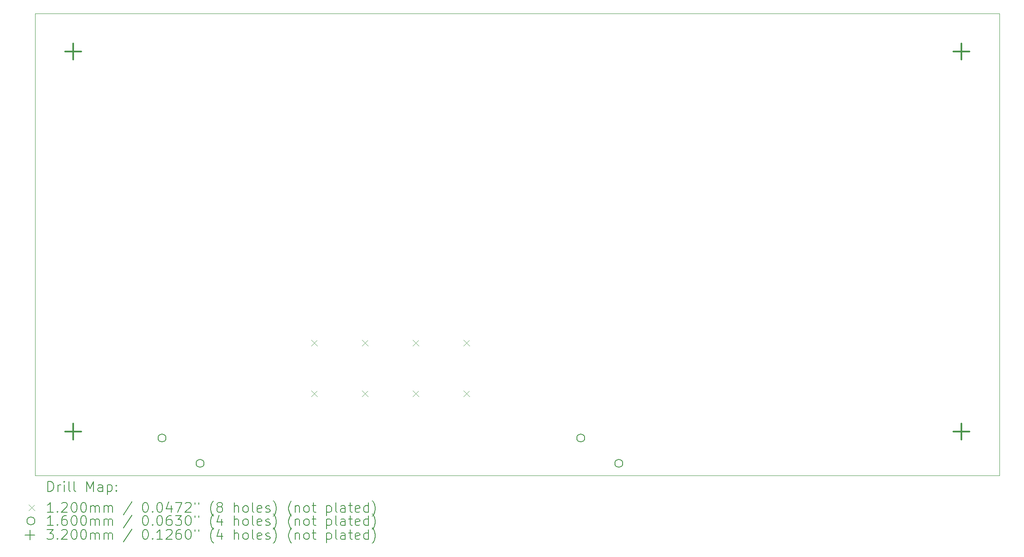
<source format=gbr>
%TF.GenerationSoftware,KiCad,Pcbnew,7.0.6-0*%
%TF.CreationDate,2023-08-07T07:57:15+08:00*%
%TF.ProjectId,aes17_filter_25,61657331-375f-4666-996c-7465725f3235,rev?*%
%TF.SameCoordinates,Original*%
%TF.FileFunction,Drillmap*%
%TF.FilePolarity,Positive*%
%FSLAX45Y45*%
G04 Gerber Fmt 4.5, Leading zero omitted, Abs format (unit mm)*
G04 Created by KiCad (PCBNEW 7.0.6-0) date 2023-08-07 07:57:15*
%MOMM*%
%LPD*%
G01*
G04 APERTURE LIST*
%ADD10C,0.100000*%
%ADD11C,0.200000*%
%ADD12C,0.120000*%
%ADD13C,0.160000*%
%ADD14C,0.320000*%
G04 APERTURE END LIST*
D10*
X4826000Y-4572000D02*
X24130000Y-4572000D01*
X24130000Y-13834208D01*
X4826000Y-13834208D01*
X4826000Y-4572000D01*
D11*
D12*
X10354000Y-11116000D02*
X10474000Y-11236000D01*
X10474000Y-11116000D02*
X10354000Y-11236000D01*
X10354000Y-12132000D02*
X10474000Y-12252000D01*
X10474000Y-12132000D02*
X10354000Y-12252000D01*
X11370000Y-11116000D02*
X11490000Y-11236000D01*
X11490000Y-11116000D02*
X11370000Y-11236000D01*
X11370000Y-12132000D02*
X11490000Y-12252000D01*
X11490000Y-12132000D02*
X11370000Y-12252000D01*
X12386000Y-11116000D02*
X12506000Y-11236000D01*
X12506000Y-11116000D02*
X12386000Y-11236000D01*
X12386000Y-12132000D02*
X12506000Y-12252000D01*
X12506000Y-12132000D02*
X12386000Y-12252000D01*
X13402000Y-11116000D02*
X13522000Y-11236000D01*
X13522000Y-11116000D02*
X13402000Y-11236000D01*
X13402000Y-12132000D02*
X13522000Y-12252000D01*
X13522000Y-12132000D02*
X13402000Y-12252000D01*
D13*
X7446000Y-13081000D02*
G75*
G03*
X7446000Y-13081000I-80000J0D01*
G01*
X8208000Y-13589000D02*
G75*
G03*
X8208000Y-13589000I-80000J0D01*
G01*
X15828000Y-13081000D02*
G75*
G03*
X15828000Y-13081000I-80000J0D01*
G01*
X16590000Y-13589000D02*
G75*
G03*
X16590000Y-13589000I-80000J0D01*
G01*
D14*
X5588000Y-5174000D02*
X5588000Y-5494000D01*
X5428000Y-5334000D02*
X5748000Y-5334000D01*
X5588000Y-12794000D02*
X5588000Y-13114000D01*
X5428000Y-12954000D02*
X5748000Y-12954000D01*
X23368000Y-5174000D02*
X23368000Y-5494000D01*
X23208000Y-5334000D02*
X23528000Y-5334000D01*
X23368000Y-12794000D02*
X23368000Y-13114000D01*
X23208000Y-12954000D02*
X23528000Y-12954000D01*
D11*
X5081777Y-14150691D02*
X5081777Y-13950691D01*
X5081777Y-13950691D02*
X5129396Y-13950691D01*
X5129396Y-13950691D02*
X5157967Y-13960215D01*
X5157967Y-13960215D02*
X5177015Y-13979263D01*
X5177015Y-13979263D02*
X5186539Y-13998310D01*
X5186539Y-13998310D02*
X5196063Y-14036406D01*
X5196063Y-14036406D02*
X5196063Y-14064977D01*
X5196063Y-14064977D02*
X5186539Y-14103072D01*
X5186539Y-14103072D02*
X5177015Y-14122120D01*
X5177015Y-14122120D02*
X5157967Y-14141168D01*
X5157967Y-14141168D02*
X5129396Y-14150691D01*
X5129396Y-14150691D02*
X5081777Y-14150691D01*
X5281777Y-14150691D02*
X5281777Y-14017358D01*
X5281777Y-14055453D02*
X5291301Y-14036406D01*
X5291301Y-14036406D02*
X5300824Y-14026882D01*
X5300824Y-14026882D02*
X5319872Y-14017358D01*
X5319872Y-14017358D02*
X5338920Y-14017358D01*
X5405586Y-14150691D02*
X5405586Y-14017358D01*
X5405586Y-13950691D02*
X5396063Y-13960215D01*
X5396063Y-13960215D02*
X5405586Y-13969739D01*
X5405586Y-13969739D02*
X5415110Y-13960215D01*
X5415110Y-13960215D02*
X5405586Y-13950691D01*
X5405586Y-13950691D02*
X5405586Y-13969739D01*
X5529396Y-14150691D02*
X5510348Y-14141168D01*
X5510348Y-14141168D02*
X5500824Y-14122120D01*
X5500824Y-14122120D02*
X5500824Y-13950691D01*
X5634158Y-14150691D02*
X5615110Y-14141168D01*
X5615110Y-14141168D02*
X5605586Y-14122120D01*
X5605586Y-14122120D02*
X5605586Y-13950691D01*
X5862729Y-14150691D02*
X5862729Y-13950691D01*
X5862729Y-13950691D02*
X5929396Y-14093549D01*
X5929396Y-14093549D02*
X5996062Y-13950691D01*
X5996062Y-13950691D02*
X5996062Y-14150691D01*
X6177015Y-14150691D02*
X6177015Y-14045930D01*
X6177015Y-14045930D02*
X6167491Y-14026882D01*
X6167491Y-14026882D02*
X6148443Y-14017358D01*
X6148443Y-14017358D02*
X6110348Y-14017358D01*
X6110348Y-14017358D02*
X6091301Y-14026882D01*
X6177015Y-14141168D02*
X6157967Y-14150691D01*
X6157967Y-14150691D02*
X6110348Y-14150691D01*
X6110348Y-14150691D02*
X6091301Y-14141168D01*
X6091301Y-14141168D02*
X6081777Y-14122120D01*
X6081777Y-14122120D02*
X6081777Y-14103072D01*
X6081777Y-14103072D02*
X6091301Y-14084025D01*
X6091301Y-14084025D02*
X6110348Y-14074501D01*
X6110348Y-14074501D02*
X6157967Y-14074501D01*
X6157967Y-14074501D02*
X6177015Y-14064977D01*
X6272253Y-14017358D02*
X6272253Y-14217358D01*
X6272253Y-14026882D02*
X6291301Y-14017358D01*
X6291301Y-14017358D02*
X6329396Y-14017358D01*
X6329396Y-14017358D02*
X6348443Y-14026882D01*
X6348443Y-14026882D02*
X6357967Y-14036406D01*
X6357967Y-14036406D02*
X6367491Y-14055453D01*
X6367491Y-14055453D02*
X6367491Y-14112596D01*
X6367491Y-14112596D02*
X6357967Y-14131644D01*
X6357967Y-14131644D02*
X6348443Y-14141168D01*
X6348443Y-14141168D02*
X6329396Y-14150691D01*
X6329396Y-14150691D02*
X6291301Y-14150691D01*
X6291301Y-14150691D02*
X6272253Y-14141168D01*
X6453205Y-14131644D02*
X6462729Y-14141168D01*
X6462729Y-14141168D02*
X6453205Y-14150691D01*
X6453205Y-14150691D02*
X6443682Y-14141168D01*
X6443682Y-14141168D02*
X6453205Y-14131644D01*
X6453205Y-14131644D02*
X6453205Y-14150691D01*
X6453205Y-14026882D02*
X6462729Y-14036406D01*
X6462729Y-14036406D02*
X6453205Y-14045930D01*
X6453205Y-14045930D02*
X6443682Y-14036406D01*
X6443682Y-14036406D02*
X6453205Y-14026882D01*
X6453205Y-14026882D02*
X6453205Y-14045930D01*
D12*
X4701000Y-14419208D02*
X4821000Y-14539208D01*
X4821000Y-14419208D02*
X4701000Y-14539208D01*
D11*
X5186539Y-14570691D02*
X5072253Y-14570691D01*
X5129396Y-14570691D02*
X5129396Y-14370691D01*
X5129396Y-14370691D02*
X5110348Y-14399263D01*
X5110348Y-14399263D02*
X5091301Y-14418310D01*
X5091301Y-14418310D02*
X5072253Y-14427834D01*
X5272253Y-14551644D02*
X5281777Y-14561168D01*
X5281777Y-14561168D02*
X5272253Y-14570691D01*
X5272253Y-14570691D02*
X5262729Y-14561168D01*
X5262729Y-14561168D02*
X5272253Y-14551644D01*
X5272253Y-14551644D02*
X5272253Y-14570691D01*
X5357967Y-14389739D02*
X5367491Y-14380215D01*
X5367491Y-14380215D02*
X5386539Y-14370691D01*
X5386539Y-14370691D02*
X5434158Y-14370691D01*
X5434158Y-14370691D02*
X5453205Y-14380215D01*
X5453205Y-14380215D02*
X5462729Y-14389739D01*
X5462729Y-14389739D02*
X5472253Y-14408787D01*
X5472253Y-14408787D02*
X5472253Y-14427834D01*
X5472253Y-14427834D02*
X5462729Y-14456406D01*
X5462729Y-14456406D02*
X5348444Y-14570691D01*
X5348444Y-14570691D02*
X5472253Y-14570691D01*
X5596062Y-14370691D02*
X5615110Y-14370691D01*
X5615110Y-14370691D02*
X5634158Y-14380215D01*
X5634158Y-14380215D02*
X5643682Y-14389739D01*
X5643682Y-14389739D02*
X5653205Y-14408787D01*
X5653205Y-14408787D02*
X5662729Y-14446882D01*
X5662729Y-14446882D02*
X5662729Y-14494501D01*
X5662729Y-14494501D02*
X5653205Y-14532596D01*
X5653205Y-14532596D02*
X5643682Y-14551644D01*
X5643682Y-14551644D02*
X5634158Y-14561168D01*
X5634158Y-14561168D02*
X5615110Y-14570691D01*
X5615110Y-14570691D02*
X5596062Y-14570691D01*
X5596062Y-14570691D02*
X5577015Y-14561168D01*
X5577015Y-14561168D02*
X5567491Y-14551644D01*
X5567491Y-14551644D02*
X5557967Y-14532596D01*
X5557967Y-14532596D02*
X5548444Y-14494501D01*
X5548444Y-14494501D02*
X5548444Y-14446882D01*
X5548444Y-14446882D02*
X5557967Y-14408787D01*
X5557967Y-14408787D02*
X5567491Y-14389739D01*
X5567491Y-14389739D02*
X5577015Y-14380215D01*
X5577015Y-14380215D02*
X5596062Y-14370691D01*
X5786539Y-14370691D02*
X5805586Y-14370691D01*
X5805586Y-14370691D02*
X5824634Y-14380215D01*
X5824634Y-14380215D02*
X5834158Y-14389739D01*
X5834158Y-14389739D02*
X5843682Y-14408787D01*
X5843682Y-14408787D02*
X5853205Y-14446882D01*
X5853205Y-14446882D02*
X5853205Y-14494501D01*
X5853205Y-14494501D02*
X5843682Y-14532596D01*
X5843682Y-14532596D02*
X5834158Y-14551644D01*
X5834158Y-14551644D02*
X5824634Y-14561168D01*
X5824634Y-14561168D02*
X5805586Y-14570691D01*
X5805586Y-14570691D02*
X5786539Y-14570691D01*
X5786539Y-14570691D02*
X5767491Y-14561168D01*
X5767491Y-14561168D02*
X5757967Y-14551644D01*
X5757967Y-14551644D02*
X5748443Y-14532596D01*
X5748443Y-14532596D02*
X5738920Y-14494501D01*
X5738920Y-14494501D02*
X5738920Y-14446882D01*
X5738920Y-14446882D02*
X5748443Y-14408787D01*
X5748443Y-14408787D02*
X5757967Y-14389739D01*
X5757967Y-14389739D02*
X5767491Y-14380215D01*
X5767491Y-14380215D02*
X5786539Y-14370691D01*
X5938920Y-14570691D02*
X5938920Y-14437358D01*
X5938920Y-14456406D02*
X5948443Y-14446882D01*
X5948443Y-14446882D02*
X5967491Y-14437358D01*
X5967491Y-14437358D02*
X5996063Y-14437358D01*
X5996063Y-14437358D02*
X6015110Y-14446882D01*
X6015110Y-14446882D02*
X6024634Y-14465930D01*
X6024634Y-14465930D02*
X6024634Y-14570691D01*
X6024634Y-14465930D02*
X6034158Y-14446882D01*
X6034158Y-14446882D02*
X6053205Y-14437358D01*
X6053205Y-14437358D02*
X6081777Y-14437358D01*
X6081777Y-14437358D02*
X6100824Y-14446882D01*
X6100824Y-14446882D02*
X6110348Y-14465930D01*
X6110348Y-14465930D02*
X6110348Y-14570691D01*
X6205586Y-14570691D02*
X6205586Y-14437358D01*
X6205586Y-14456406D02*
X6215110Y-14446882D01*
X6215110Y-14446882D02*
X6234158Y-14437358D01*
X6234158Y-14437358D02*
X6262729Y-14437358D01*
X6262729Y-14437358D02*
X6281777Y-14446882D01*
X6281777Y-14446882D02*
X6291301Y-14465930D01*
X6291301Y-14465930D02*
X6291301Y-14570691D01*
X6291301Y-14465930D02*
X6300824Y-14446882D01*
X6300824Y-14446882D02*
X6319872Y-14437358D01*
X6319872Y-14437358D02*
X6348443Y-14437358D01*
X6348443Y-14437358D02*
X6367491Y-14446882D01*
X6367491Y-14446882D02*
X6377015Y-14465930D01*
X6377015Y-14465930D02*
X6377015Y-14570691D01*
X6767491Y-14361168D02*
X6596063Y-14618310D01*
X7024634Y-14370691D02*
X7043682Y-14370691D01*
X7043682Y-14370691D02*
X7062729Y-14380215D01*
X7062729Y-14380215D02*
X7072253Y-14389739D01*
X7072253Y-14389739D02*
X7081777Y-14408787D01*
X7081777Y-14408787D02*
X7091301Y-14446882D01*
X7091301Y-14446882D02*
X7091301Y-14494501D01*
X7091301Y-14494501D02*
X7081777Y-14532596D01*
X7081777Y-14532596D02*
X7072253Y-14551644D01*
X7072253Y-14551644D02*
X7062729Y-14561168D01*
X7062729Y-14561168D02*
X7043682Y-14570691D01*
X7043682Y-14570691D02*
X7024634Y-14570691D01*
X7024634Y-14570691D02*
X7005586Y-14561168D01*
X7005586Y-14561168D02*
X6996063Y-14551644D01*
X6996063Y-14551644D02*
X6986539Y-14532596D01*
X6986539Y-14532596D02*
X6977015Y-14494501D01*
X6977015Y-14494501D02*
X6977015Y-14446882D01*
X6977015Y-14446882D02*
X6986539Y-14408787D01*
X6986539Y-14408787D02*
X6996063Y-14389739D01*
X6996063Y-14389739D02*
X7005586Y-14380215D01*
X7005586Y-14380215D02*
X7024634Y-14370691D01*
X7177015Y-14551644D02*
X7186539Y-14561168D01*
X7186539Y-14561168D02*
X7177015Y-14570691D01*
X7177015Y-14570691D02*
X7167491Y-14561168D01*
X7167491Y-14561168D02*
X7177015Y-14551644D01*
X7177015Y-14551644D02*
X7177015Y-14570691D01*
X7310348Y-14370691D02*
X7329396Y-14370691D01*
X7329396Y-14370691D02*
X7348444Y-14380215D01*
X7348444Y-14380215D02*
X7357967Y-14389739D01*
X7357967Y-14389739D02*
X7367491Y-14408787D01*
X7367491Y-14408787D02*
X7377015Y-14446882D01*
X7377015Y-14446882D02*
X7377015Y-14494501D01*
X7377015Y-14494501D02*
X7367491Y-14532596D01*
X7367491Y-14532596D02*
X7357967Y-14551644D01*
X7357967Y-14551644D02*
X7348444Y-14561168D01*
X7348444Y-14561168D02*
X7329396Y-14570691D01*
X7329396Y-14570691D02*
X7310348Y-14570691D01*
X7310348Y-14570691D02*
X7291301Y-14561168D01*
X7291301Y-14561168D02*
X7281777Y-14551644D01*
X7281777Y-14551644D02*
X7272253Y-14532596D01*
X7272253Y-14532596D02*
X7262729Y-14494501D01*
X7262729Y-14494501D02*
X7262729Y-14446882D01*
X7262729Y-14446882D02*
X7272253Y-14408787D01*
X7272253Y-14408787D02*
X7281777Y-14389739D01*
X7281777Y-14389739D02*
X7291301Y-14380215D01*
X7291301Y-14380215D02*
X7310348Y-14370691D01*
X7548444Y-14437358D02*
X7548444Y-14570691D01*
X7500825Y-14361168D02*
X7453206Y-14504025D01*
X7453206Y-14504025D02*
X7577015Y-14504025D01*
X7634158Y-14370691D02*
X7767491Y-14370691D01*
X7767491Y-14370691D02*
X7681777Y-14570691D01*
X7834158Y-14389739D02*
X7843682Y-14380215D01*
X7843682Y-14380215D02*
X7862729Y-14370691D01*
X7862729Y-14370691D02*
X7910348Y-14370691D01*
X7910348Y-14370691D02*
X7929396Y-14380215D01*
X7929396Y-14380215D02*
X7938920Y-14389739D01*
X7938920Y-14389739D02*
X7948444Y-14408787D01*
X7948444Y-14408787D02*
X7948444Y-14427834D01*
X7948444Y-14427834D02*
X7938920Y-14456406D01*
X7938920Y-14456406D02*
X7824634Y-14570691D01*
X7824634Y-14570691D02*
X7948444Y-14570691D01*
X8024634Y-14370691D02*
X8024634Y-14408787D01*
X8100825Y-14370691D02*
X8100825Y-14408787D01*
X8396063Y-14646882D02*
X8386539Y-14637358D01*
X8386539Y-14637358D02*
X8367491Y-14608787D01*
X8367491Y-14608787D02*
X8357968Y-14589739D01*
X8357968Y-14589739D02*
X8348444Y-14561168D01*
X8348444Y-14561168D02*
X8338920Y-14513549D01*
X8338920Y-14513549D02*
X8338920Y-14475453D01*
X8338920Y-14475453D02*
X8348444Y-14427834D01*
X8348444Y-14427834D02*
X8357968Y-14399263D01*
X8357968Y-14399263D02*
X8367491Y-14380215D01*
X8367491Y-14380215D02*
X8386539Y-14351644D01*
X8386539Y-14351644D02*
X8396063Y-14342120D01*
X8500825Y-14456406D02*
X8481777Y-14446882D01*
X8481777Y-14446882D02*
X8472253Y-14437358D01*
X8472253Y-14437358D02*
X8462730Y-14418310D01*
X8462730Y-14418310D02*
X8462730Y-14408787D01*
X8462730Y-14408787D02*
X8472253Y-14389739D01*
X8472253Y-14389739D02*
X8481777Y-14380215D01*
X8481777Y-14380215D02*
X8500825Y-14370691D01*
X8500825Y-14370691D02*
X8538920Y-14370691D01*
X8538920Y-14370691D02*
X8557968Y-14380215D01*
X8557968Y-14380215D02*
X8567491Y-14389739D01*
X8567491Y-14389739D02*
X8577015Y-14408787D01*
X8577015Y-14408787D02*
X8577015Y-14418310D01*
X8577015Y-14418310D02*
X8567491Y-14437358D01*
X8567491Y-14437358D02*
X8557968Y-14446882D01*
X8557968Y-14446882D02*
X8538920Y-14456406D01*
X8538920Y-14456406D02*
X8500825Y-14456406D01*
X8500825Y-14456406D02*
X8481777Y-14465930D01*
X8481777Y-14465930D02*
X8472253Y-14475453D01*
X8472253Y-14475453D02*
X8462730Y-14494501D01*
X8462730Y-14494501D02*
X8462730Y-14532596D01*
X8462730Y-14532596D02*
X8472253Y-14551644D01*
X8472253Y-14551644D02*
X8481777Y-14561168D01*
X8481777Y-14561168D02*
X8500825Y-14570691D01*
X8500825Y-14570691D02*
X8538920Y-14570691D01*
X8538920Y-14570691D02*
X8557968Y-14561168D01*
X8557968Y-14561168D02*
X8567491Y-14551644D01*
X8567491Y-14551644D02*
X8577015Y-14532596D01*
X8577015Y-14532596D02*
X8577015Y-14494501D01*
X8577015Y-14494501D02*
X8567491Y-14475453D01*
X8567491Y-14475453D02*
X8557968Y-14465930D01*
X8557968Y-14465930D02*
X8538920Y-14456406D01*
X8815111Y-14570691D02*
X8815111Y-14370691D01*
X8900825Y-14570691D02*
X8900825Y-14465930D01*
X8900825Y-14465930D02*
X8891301Y-14446882D01*
X8891301Y-14446882D02*
X8872253Y-14437358D01*
X8872253Y-14437358D02*
X8843682Y-14437358D01*
X8843682Y-14437358D02*
X8824634Y-14446882D01*
X8824634Y-14446882D02*
X8815111Y-14456406D01*
X9024634Y-14570691D02*
X9005587Y-14561168D01*
X9005587Y-14561168D02*
X8996063Y-14551644D01*
X8996063Y-14551644D02*
X8986539Y-14532596D01*
X8986539Y-14532596D02*
X8986539Y-14475453D01*
X8986539Y-14475453D02*
X8996063Y-14456406D01*
X8996063Y-14456406D02*
X9005587Y-14446882D01*
X9005587Y-14446882D02*
X9024634Y-14437358D01*
X9024634Y-14437358D02*
X9053206Y-14437358D01*
X9053206Y-14437358D02*
X9072253Y-14446882D01*
X9072253Y-14446882D02*
X9081777Y-14456406D01*
X9081777Y-14456406D02*
X9091301Y-14475453D01*
X9091301Y-14475453D02*
X9091301Y-14532596D01*
X9091301Y-14532596D02*
X9081777Y-14551644D01*
X9081777Y-14551644D02*
X9072253Y-14561168D01*
X9072253Y-14561168D02*
X9053206Y-14570691D01*
X9053206Y-14570691D02*
X9024634Y-14570691D01*
X9205587Y-14570691D02*
X9186539Y-14561168D01*
X9186539Y-14561168D02*
X9177015Y-14542120D01*
X9177015Y-14542120D02*
X9177015Y-14370691D01*
X9357968Y-14561168D02*
X9338920Y-14570691D01*
X9338920Y-14570691D02*
X9300825Y-14570691D01*
X9300825Y-14570691D02*
X9281777Y-14561168D01*
X9281777Y-14561168D02*
X9272253Y-14542120D01*
X9272253Y-14542120D02*
X9272253Y-14465930D01*
X9272253Y-14465930D02*
X9281777Y-14446882D01*
X9281777Y-14446882D02*
X9300825Y-14437358D01*
X9300825Y-14437358D02*
X9338920Y-14437358D01*
X9338920Y-14437358D02*
X9357968Y-14446882D01*
X9357968Y-14446882D02*
X9367492Y-14465930D01*
X9367492Y-14465930D02*
X9367492Y-14484977D01*
X9367492Y-14484977D02*
X9272253Y-14504025D01*
X9443682Y-14561168D02*
X9462730Y-14570691D01*
X9462730Y-14570691D02*
X9500825Y-14570691D01*
X9500825Y-14570691D02*
X9519873Y-14561168D01*
X9519873Y-14561168D02*
X9529396Y-14542120D01*
X9529396Y-14542120D02*
X9529396Y-14532596D01*
X9529396Y-14532596D02*
X9519873Y-14513549D01*
X9519873Y-14513549D02*
X9500825Y-14504025D01*
X9500825Y-14504025D02*
X9472253Y-14504025D01*
X9472253Y-14504025D02*
X9453206Y-14494501D01*
X9453206Y-14494501D02*
X9443682Y-14475453D01*
X9443682Y-14475453D02*
X9443682Y-14465930D01*
X9443682Y-14465930D02*
X9453206Y-14446882D01*
X9453206Y-14446882D02*
X9472253Y-14437358D01*
X9472253Y-14437358D02*
X9500825Y-14437358D01*
X9500825Y-14437358D02*
X9519873Y-14446882D01*
X9596063Y-14646882D02*
X9605587Y-14637358D01*
X9605587Y-14637358D02*
X9624634Y-14608787D01*
X9624634Y-14608787D02*
X9634158Y-14589739D01*
X9634158Y-14589739D02*
X9643682Y-14561168D01*
X9643682Y-14561168D02*
X9653206Y-14513549D01*
X9653206Y-14513549D02*
X9653206Y-14475453D01*
X9653206Y-14475453D02*
X9643682Y-14427834D01*
X9643682Y-14427834D02*
X9634158Y-14399263D01*
X9634158Y-14399263D02*
X9624634Y-14380215D01*
X9624634Y-14380215D02*
X9605587Y-14351644D01*
X9605587Y-14351644D02*
X9596063Y-14342120D01*
X9957968Y-14646882D02*
X9948444Y-14637358D01*
X9948444Y-14637358D02*
X9929396Y-14608787D01*
X9929396Y-14608787D02*
X9919873Y-14589739D01*
X9919873Y-14589739D02*
X9910349Y-14561168D01*
X9910349Y-14561168D02*
X9900825Y-14513549D01*
X9900825Y-14513549D02*
X9900825Y-14475453D01*
X9900825Y-14475453D02*
X9910349Y-14427834D01*
X9910349Y-14427834D02*
X9919873Y-14399263D01*
X9919873Y-14399263D02*
X9929396Y-14380215D01*
X9929396Y-14380215D02*
X9948444Y-14351644D01*
X9948444Y-14351644D02*
X9957968Y-14342120D01*
X10034158Y-14437358D02*
X10034158Y-14570691D01*
X10034158Y-14456406D02*
X10043682Y-14446882D01*
X10043682Y-14446882D02*
X10062730Y-14437358D01*
X10062730Y-14437358D02*
X10091301Y-14437358D01*
X10091301Y-14437358D02*
X10110349Y-14446882D01*
X10110349Y-14446882D02*
X10119873Y-14465930D01*
X10119873Y-14465930D02*
X10119873Y-14570691D01*
X10243682Y-14570691D02*
X10224634Y-14561168D01*
X10224634Y-14561168D02*
X10215111Y-14551644D01*
X10215111Y-14551644D02*
X10205587Y-14532596D01*
X10205587Y-14532596D02*
X10205587Y-14475453D01*
X10205587Y-14475453D02*
X10215111Y-14456406D01*
X10215111Y-14456406D02*
X10224634Y-14446882D01*
X10224634Y-14446882D02*
X10243682Y-14437358D01*
X10243682Y-14437358D02*
X10272254Y-14437358D01*
X10272254Y-14437358D02*
X10291301Y-14446882D01*
X10291301Y-14446882D02*
X10300825Y-14456406D01*
X10300825Y-14456406D02*
X10310349Y-14475453D01*
X10310349Y-14475453D02*
X10310349Y-14532596D01*
X10310349Y-14532596D02*
X10300825Y-14551644D01*
X10300825Y-14551644D02*
X10291301Y-14561168D01*
X10291301Y-14561168D02*
X10272254Y-14570691D01*
X10272254Y-14570691D02*
X10243682Y-14570691D01*
X10367492Y-14437358D02*
X10443682Y-14437358D01*
X10396063Y-14370691D02*
X10396063Y-14542120D01*
X10396063Y-14542120D02*
X10405587Y-14561168D01*
X10405587Y-14561168D02*
X10424634Y-14570691D01*
X10424634Y-14570691D02*
X10443682Y-14570691D01*
X10662730Y-14437358D02*
X10662730Y-14637358D01*
X10662730Y-14446882D02*
X10681777Y-14437358D01*
X10681777Y-14437358D02*
X10719873Y-14437358D01*
X10719873Y-14437358D02*
X10738920Y-14446882D01*
X10738920Y-14446882D02*
X10748444Y-14456406D01*
X10748444Y-14456406D02*
X10757968Y-14475453D01*
X10757968Y-14475453D02*
X10757968Y-14532596D01*
X10757968Y-14532596D02*
X10748444Y-14551644D01*
X10748444Y-14551644D02*
X10738920Y-14561168D01*
X10738920Y-14561168D02*
X10719873Y-14570691D01*
X10719873Y-14570691D02*
X10681777Y-14570691D01*
X10681777Y-14570691D02*
X10662730Y-14561168D01*
X10872254Y-14570691D02*
X10853206Y-14561168D01*
X10853206Y-14561168D02*
X10843682Y-14542120D01*
X10843682Y-14542120D02*
X10843682Y-14370691D01*
X11034158Y-14570691D02*
X11034158Y-14465930D01*
X11034158Y-14465930D02*
X11024635Y-14446882D01*
X11024635Y-14446882D02*
X11005587Y-14437358D01*
X11005587Y-14437358D02*
X10967492Y-14437358D01*
X10967492Y-14437358D02*
X10948444Y-14446882D01*
X11034158Y-14561168D02*
X11015111Y-14570691D01*
X11015111Y-14570691D02*
X10967492Y-14570691D01*
X10967492Y-14570691D02*
X10948444Y-14561168D01*
X10948444Y-14561168D02*
X10938920Y-14542120D01*
X10938920Y-14542120D02*
X10938920Y-14523072D01*
X10938920Y-14523072D02*
X10948444Y-14504025D01*
X10948444Y-14504025D02*
X10967492Y-14494501D01*
X10967492Y-14494501D02*
X11015111Y-14494501D01*
X11015111Y-14494501D02*
X11034158Y-14484977D01*
X11100825Y-14437358D02*
X11177015Y-14437358D01*
X11129396Y-14370691D02*
X11129396Y-14542120D01*
X11129396Y-14542120D02*
X11138920Y-14561168D01*
X11138920Y-14561168D02*
X11157968Y-14570691D01*
X11157968Y-14570691D02*
X11177015Y-14570691D01*
X11319873Y-14561168D02*
X11300825Y-14570691D01*
X11300825Y-14570691D02*
X11262730Y-14570691D01*
X11262730Y-14570691D02*
X11243682Y-14561168D01*
X11243682Y-14561168D02*
X11234158Y-14542120D01*
X11234158Y-14542120D02*
X11234158Y-14465930D01*
X11234158Y-14465930D02*
X11243682Y-14446882D01*
X11243682Y-14446882D02*
X11262730Y-14437358D01*
X11262730Y-14437358D02*
X11300825Y-14437358D01*
X11300825Y-14437358D02*
X11319873Y-14446882D01*
X11319873Y-14446882D02*
X11329396Y-14465930D01*
X11329396Y-14465930D02*
X11329396Y-14484977D01*
X11329396Y-14484977D02*
X11234158Y-14504025D01*
X11500825Y-14570691D02*
X11500825Y-14370691D01*
X11500825Y-14561168D02*
X11481777Y-14570691D01*
X11481777Y-14570691D02*
X11443682Y-14570691D01*
X11443682Y-14570691D02*
X11424634Y-14561168D01*
X11424634Y-14561168D02*
X11415111Y-14551644D01*
X11415111Y-14551644D02*
X11405587Y-14532596D01*
X11405587Y-14532596D02*
X11405587Y-14475453D01*
X11405587Y-14475453D02*
X11415111Y-14456406D01*
X11415111Y-14456406D02*
X11424634Y-14446882D01*
X11424634Y-14446882D02*
X11443682Y-14437358D01*
X11443682Y-14437358D02*
X11481777Y-14437358D01*
X11481777Y-14437358D02*
X11500825Y-14446882D01*
X11577015Y-14646882D02*
X11586539Y-14637358D01*
X11586539Y-14637358D02*
X11605587Y-14608787D01*
X11605587Y-14608787D02*
X11615111Y-14589739D01*
X11615111Y-14589739D02*
X11624634Y-14561168D01*
X11624634Y-14561168D02*
X11634158Y-14513549D01*
X11634158Y-14513549D02*
X11634158Y-14475453D01*
X11634158Y-14475453D02*
X11624634Y-14427834D01*
X11624634Y-14427834D02*
X11615111Y-14399263D01*
X11615111Y-14399263D02*
X11605587Y-14380215D01*
X11605587Y-14380215D02*
X11586539Y-14351644D01*
X11586539Y-14351644D02*
X11577015Y-14342120D01*
D13*
X4821000Y-14743208D02*
G75*
G03*
X4821000Y-14743208I-80000J0D01*
G01*
D11*
X5186539Y-14834691D02*
X5072253Y-14834691D01*
X5129396Y-14834691D02*
X5129396Y-14634691D01*
X5129396Y-14634691D02*
X5110348Y-14663263D01*
X5110348Y-14663263D02*
X5091301Y-14682310D01*
X5091301Y-14682310D02*
X5072253Y-14691834D01*
X5272253Y-14815644D02*
X5281777Y-14825168D01*
X5281777Y-14825168D02*
X5272253Y-14834691D01*
X5272253Y-14834691D02*
X5262729Y-14825168D01*
X5262729Y-14825168D02*
X5272253Y-14815644D01*
X5272253Y-14815644D02*
X5272253Y-14834691D01*
X5453205Y-14634691D02*
X5415110Y-14634691D01*
X5415110Y-14634691D02*
X5396063Y-14644215D01*
X5396063Y-14644215D02*
X5386539Y-14653739D01*
X5386539Y-14653739D02*
X5367491Y-14682310D01*
X5367491Y-14682310D02*
X5357967Y-14720406D01*
X5357967Y-14720406D02*
X5357967Y-14796596D01*
X5357967Y-14796596D02*
X5367491Y-14815644D01*
X5367491Y-14815644D02*
X5377015Y-14825168D01*
X5377015Y-14825168D02*
X5396063Y-14834691D01*
X5396063Y-14834691D02*
X5434158Y-14834691D01*
X5434158Y-14834691D02*
X5453205Y-14825168D01*
X5453205Y-14825168D02*
X5462729Y-14815644D01*
X5462729Y-14815644D02*
X5472253Y-14796596D01*
X5472253Y-14796596D02*
X5472253Y-14748977D01*
X5472253Y-14748977D02*
X5462729Y-14729930D01*
X5462729Y-14729930D02*
X5453205Y-14720406D01*
X5453205Y-14720406D02*
X5434158Y-14710882D01*
X5434158Y-14710882D02*
X5396063Y-14710882D01*
X5396063Y-14710882D02*
X5377015Y-14720406D01*
X5377015Y-14720406D02*
X5367491Y-14729930D01*
X5367491Y-14729930D02*
X5357967Y-14748977D01*
X5596062Y-14634691D02*
X5615110Y-14634691D01*
X5615110Y-14634691D02*
X5634158Y-14644215D01*
X5634158Y-14644215D02*
X5643682Y-14653739D01*
X5643682Y-14653739D02*
X5653205Y-14672787D01*
X5653205Y-14672787D02*
X5662729Y-14710882D01*
X5662729Y-14710882D02*
X5662729Y-14758501D01*
X5662729Y-14758501D02*
X5653205Y-14796596D01*
X5653205Y-14796596D02*
X5643682Y-14815644D01*
X5643682Y-14815644D02*
X5634158Y-14825168D01*
X5634158Y-14825168D02*
X5615110Y-14834691D01*
X5615110Y-14834691D02*
X5596062Y-14834691D01*
X5596062Y-14834691D02*
X5577015Y-14825168D01*
X5577015Y-14825168D02*
X5567491Y-14815644D01*
X5567491Y-14815644D02*
X5557967Y-14796596D01*
X5557967Y-14796596D02*
X5548444Y-14758501D01*
X5548444Y-14758501D02*
X5548444Y-14710882D01*
X5548444Y-14710882D02*
X5557967Y-14672787D01*
X5557967Y-14672787D02*
X5567491Y-14653739D01*
X5567491Y-14653739D02*
X5577015Y-14644215D01*
X5577015Y-14644215D02*
X5596062Y-14634691D01*
X5786539Y-14634691D02*
X5805586Y-14634691D01*
X5805586Y-14634691D02*
X5824634Y-14644215D01*
X5824634Y-14644215D02*
X5834158Y-14653739D01*
X5834158Y-14653739D02*
X5843682Y-14672787D01*
X5843682Y-14672787D02*
X5853205Y-14710882D01*
X5853205Y-14710882D02*
X5853205Y-14758501D01*
X5853205Y-14758501D02*
X5843682Y-14796596D01*
X5843682Y-14796596D02*
X5834158Y-14815644D01*
X5834158Y-14815644D02*
X5824634Y-14825168D01*
X5824634Y-14825168D02*
X5805586Y-14834691D01*
X5805586Y-14834691D02*
X5786539Y-14834691D01*
X5786539Y-14834691D02*
X5767491Y-14825168D01*
X5767491Y-14825168D02*
X5757967Y-14815644D01*
X5757967Y-14815644D02*
X5748443Y-14796596D01*
X5748443Y-14796596D02*
X5738920Y-14758501D01*
X5738920Y-14758501D02*
X5738920Y-14710882D01*
X5738920Y-14710882D02*
X5748443Y-14672787D01*
X5748443Y-14672787D02*
X5757967Y-14653739D01*
X5757967Y-14653739D02*
X5767491Y-14644215D01*
X5767491Y-14644215D02*
X5786539Y-14634691D01*
X5938920Y-14834691D02*
X5938920Y-14701358D01*
X5938920Y-14720406D02*
X5948443Y-14710882D01*
X5948443Y-14710882D02*
X5967491Y-14701358D01*
X5967491Y-14701358D02*
X5996063Y-14701358D01*
X5996063Y-14701358D02*
X6015110Y-14710882D01*
X6015110Y-14710882D02*
X6024634Y-14729930D01*
X6024634Y-14729930D02*
X6024634Y-14834691D01*
X6024634Y-14729930D02*
X6034158Y-14710882D01*
X6034158Y-14710882D02*
X6053205Y-14701358D01*
X6053205Y-14701358D02*
X6081777Y-14701358D01*
X6081777Y-14701358D02*
X6100824Y-14710882D01*
X6100824Y-14710882D02*
X6110348Y-14729930D01*
X6110348Y-14729930D02*
X6110348Y-14834691D01*
X6205586Y-14834691D02*
X6205586Y-14701358D01*
X6205586Y-14720406D02*
X6215110Y-14710882D01*
X6215110Y-14710882D02*
X6234158Y-14701358D01*
X6234158Y-14701358D02*
X6262729Y-14701358D01*
X6262729Y-14701358D02*
X6281777Y-14710882D01*
X6281777Y-14710882D02*
X6291301Y-14729930D01*
X6291301Y-14729930D02*
X6291301Y-14834691D01*
X6291301Y-14729930D02*
X6300824Y-14710882D01*
X6300824Y-14710882D02*
X6319872Y-14701358D01*
X6319872Y-14701358D02*
X6348443Y-14701358D01*
X6348443Y-14701358D02*
X6367491Y-14710882D01*
X6367491Y-14710882D02*
X6377015Y-14729930D01*
X6377015Y-14729930D02*
X6377015Y-14834691D01*
X6767491Y-14625168D02*
X6596063Y-14882310D01*
X7024634Y-14634691D02*
X7043682Y-14634691D01*
X7043682Y-14634691D02*
X7062729Y-14644215D01*
X7062729Y-14644215D02*
X7072253Y-14653739D01*
X7072253Y-14653739D02*
X7081777Y-14672787D01*
X7081777Y-14672787D02*
X7091301Y-14710882D01*
X7091301Y-14710882D02*
X7091301Y-14758501D01*
X7091301Y-14758501D02*
X7081777Y-14796596D01*
X7081777Y-14796596D02*
X7072253Y-14815644D01*
X7072253Y-14815644D02*
X7062729Y-14825168D01*
X7062729Y-14825168D02*
X7043682Y-14834691D01*
X7043682Y-14834691D02*
X7024634Y-14834691D01*
X7024634Y-14834691D02*
X7005586Y-14825168D01*
X7005586Y-14825168D02*
X6996063Y-14815644D01*
X6996063Y-14815644D02*
X6986539Y-14796596D01*
X6986539Y-14796596D02*
X6977015Y-14758501D01*
X6977015Y-14758501D02*
X6977015Y-14710882D01*
X6977015Y-14710882D02*
X6986539Y-14672787D01*
X6986539Y-14672787D02*
X6996063Y-14653739D01*
X6996063Y-14653739D02*
X7005586Y-14644215D01*
X7005586Y-14644215D02*
X7024634Y-14634691D01*
X7177015Y-14815644D02*
X7186539Y-14825168D01*
X7186539Y-14825168D02*
X7177015Y-14834691D01*
X7177015Y-14834691D02*
X7167491Y-14825168D01*
X7167491Y-14825168D02*
X7177015Y-14815644D01*
X7177015Y-14815644D02*
X7177015Y-14834691D01*
X7310348Y-14634691D02*
X7329396Y-14634691D01*
X7329396Y-14634691D02*
X7348444Y-14644215D01*
X7348444Y-14644215D02*
X7357967Y-14653739D01*
X7357967Y-14653739D02*
X7367491Y-14672787D01*
X7367491Y-14672787D02*
X7377015Y-14710882D01*
X7377015Y-14710882D02*
X7377015Y-14758501D01*
X7377015Y-14758501D02*
X7367491Y-14796596D01*
X7367491Y-14796596D02*
X7357967Y-14815644D01*
X7357967Y-14815644D02*
X7348444Y-14825168D01*
X7348444Y-14825168D02*
X7329396Y-14834691D01*
X7329396Y-14834691D02*
X7310348Y-14834691D01*
X7310348Y-14834691D02*
X7291301Y-14825168D01*
X7291301Y-14825168D02*
X7281777Y-14815644D01*
X7281777Y-14815644D02*
X7272253Y-14796596D01*
X7272253Y-14796596D02*
X7262729Y-14758501D01*
X7262729Y-14758501D02*
X7262729Y-14710882D01*
X7262729Y-14710882D02*
X7272253Y-14672787D01*
X7272253Y-14672787D02*
X7281777Y-14653739D01*
X7281777Y-14653739D02*
X7291301Y-14644215D01*
X7291301Y-14644215D02*
X7310348Y-14634691D01*
X7548444Y-14634691D02*
X7510348Y-14634691D01*
X7510348Y-14634691D02*
X7491301Y-14644215D01*
X7491301Y-14644215D02*
X7481777Y-14653739D01*
X7481777Y-14653739D02*
X7462729Y-14682310D01*
X7462729Y-14682310D02*
X7453206Y-14720406D01*
X7453206Y-14720406D02*
X7453206Y-14796596D01*
X7453206Y-14796596D02*
X7462729Y-14815644D01*
X7462729Y-14815644D02*
X7472253Y-14825168D01*
X7472253Y-14825168D02*
X7491301Y-14834691D01*
X7491301Y-14834691D02*
X7529396Y-14834691D01*
X7529396Y-14834691D02*
X7548444Y-14825168D01*
X7548444Y-14825168D02*
X7557967Y-14815644D01*
X7557967Y-14815644D02*
X7567491Y-14796596D01*
X7567491Y-14796596D02*
X7567491Y-14748977D01*
X7567491Y-14748977D02*
X7557967Y-14729930D01*
X7557967Y-14729930D02*
X7548444Y-14720406D01*
X7548444Y-14720406D02*
X7529396Y-14710882D01*
X7529396Y-14710882D02*
X7491301Y-14710882D01*
X7491301Y-14710882D02*
X7472253Y-14720406D01*
X7472253Y-14720406D02*
X7462729Y-14729930D01*
X7462729Y-14729930D02*
X7453206Y-14748977D01*
X7634158Y-14634691D02*
X7757967Y-14634691D01*
X7757967Y-14634691D02*
X7691301Y-14710882D01*
X7691301Y-14710882D02*
X7719872Y-14710882D01*
X7719872Y-14710882D02*
X7738920Y-14720406D01*
X7738920Y-14720406D02*
X7748444Y-14729930D01*
X7748444Y-14729930D02*
X7757967Y-14748977D01*
X7757967Y-14748977D02*
X7757967Y-14796596D01*
X7757967Y-14796596D02*
X7748444Y-14815644D01*
X7748444Y-14815644D02*
X7738920Y-14825168D01*
X7738920Y-14825168D02*
X7719872Y-14834691D01*
X7719872Y-14834691D02*
X7662729Y-14834691D01*
X7662729Y-14834691D02*
X7643682Y-14825168D01*
X7643682Y-14825168D02*
X7634158Y-14815644D01*
X7881777Y-14634691D02*
X7900825Y-14634691D01*
X7900825Y-14634691D02*
X7919872Y-14644215D01*
X7919872Y-14644215D02*
X7929396Y-14653739D01*
X7929396Y-14653739D02*
X7938920Y-14672787D01*
X7938920Y-14672787D02*
X7948444Y-14710882D01*
X7948444Y-14710882D02*
X7948444Y-14758501D01*
X7948444Y-14758501D02*
X7938920Y-14796596D01*
X7938920Y-14796596D02*
X7929396Y-14815644D01*
X7929396Y-14815644D02*
X7919872Y-14825168D01*
X7919872Y-14825168D02*
X7900825Y-14834691D01*
X7900825Y-14834691D02*
X7881777Y-14834691D01*
X7881777Y-14834691D02*
X7862729Y-14825168D01*
X7862729Y-14825168D02*
X7853206Y-14815644D01*
X7853206Y-14815644D02*
X7843682Y-14796596D01*
X7843682Y-14796596D02*
X7834158Y-14758501D01*
X7834158Y-14758501D02*
X7834158Y-14710882D01*
X7834158Y-14710882D02*
X7843682Y-14672787D01*
X7843682Y-14672787D02*
X7853206Y-14653739D01*
X7853206Y-14653739D02*
X7862729Y-14644215D01*
X7862729Y-14644215D02*
X7881777Y-14634691D01*
X8024634Y-14634691D02*
X8024634Y-14672787D01*
X8100825Y-14634691D02*
X8100825Y-14672787D01*
X8396063Y-14910882D02*
X8386539Y-14901358D01*
X8386539Y-14901358D02*
X8367491Y-14872787D01*
X8367491Y-14872787D02*
X8357968Y-14853739D01*
X8357968Y-14853739D02*
X8348444Y-14825168D01*
X8348444Y-14825168D02*
X8338920Y-14777549D01*
X8338920Y-14777549D02*
X8338920Y-14739453D01*
X8338920Y-14739453D02*
X8348444Y-14691834D01*
X8348444Y-14691834D02*
X8357968Y-14663263D01*
X8357968Y-14663263D02*
X8367491Y-14644215D01*
X8367491Y-14644215D02*
X8386539Y-14615644D01*
X8386539Y-14615644D02*
X8396063Y-14606120D01*
X8557968Y-14701358D02*
X8557968Y-14834691D01*
X8510349Y-14625168D02*
X8462730Y-14768025D01*
X8462730Y-14768025D02*
X8586539Y-14768025D01*
X8815111Y-14834691D02*
X8815111Y-14634691D01*
X8900825Y-14834691D02*
X8900825Y-14729930D01*
X8900825Y-14729930D02*
X8891301Y-14710882D01*
X8891301Y-14710882D02*
X8872253Y-14701358D01*
X8872253Y-14701358D02*
X8843682Y-14701358D01*
X8843682Y-14701358D02*
X8824634Y-14710882D01*
X8824634Y-14710882D02*
X8815111Y-14720406D01*
X9024634Y-14834691D02*
X9005587Y-14825168D01*
X9005587Y-14825168D02*
X8996063Y-14815644D01*
X8996063Y-14815644D02*
X8986539Y-14796596D01*
X8986539Y-14796596D02*
X8986539Y-14739453D01*
X8986539Y-14739453D02*
X8996063Y-14720406D01*
X8996063Y-14720406D02*
X9005587Y-14710882D01*
X9005587Y-14710882D02*
X9024634Y-14701358D01*
X9024634Y-14701358D02*
X9053206Y-14701358D01*
X9053206Y-14701358D02*
X9072253Y-14710882D01*
X9072253Y-14710882D02*
X9081777Y-14720406D01*
X9081777Y-14720406D02*
X9091301Y-14739453D01*
X9091301Y-14739453D02*
X9091301Y-14796596D01*
X9091301Y-14796596D02*
X9081777Y-14815644D01*
X9081777Y-14815644D02*
X9072253Y-14825168D01*
X9072253Y-14825168D02*
X9053206Y-14834691D01*
X9053206Y-14834691D02*
X9024634Y-14834691D01*
X9205587Y-14834691D02*
X9186539Y-14825168D01*
X9186539Y-14825168D02*
X9177015Y-14806120D01*
X9177015Y-14806120D02*
X9177015Y-14634691D01*
X9357968Y-14825168D02*
X9338920Y-14834691D01*
X9338920Y-14834691D02*
X9300825Y-14834691D01*
X9300825Y-14834691D02*
X9281777Y-14825168D01*
X9281777Y-14825168D02*
X9272253Y-14806120D01*
X9272253Y-14806120D02*
X9272253Y-14729930D01*
X9272253Y-14729930D02*
X9281777Y-14710882D01*
X9281777Y-14710882D02*
X9300825Y-14701358D01*
X9300825Y-14701358D02*
X9338920Y-14701358D01*
X9338920Y-14701358D02*
X9357968Y-14710882D01*
X9357968Y-14710882D02*
X9367492Y-14729930D01*
X9367492Y-14729930D02*
X9367492Y-14748977D01*
X9367492Y-14748977D02*
X9272253Y-14768025D01*
X9443682Y-14825168D02*
X9462730Y-14834691D01*
X9462730Y-14834691D02*
X9500825Y-14834691D01*
X9500825Y-14834691D02*
X9519873Y-14825168D01*
X9519873Y-14825168D02*
X9529396Y-14806120D01*
X9529396Y-14806120D02*
X9529396Y-14796596D01*
X9529396Y-14796596D02*
X9519873Y-14777549D01*
X9519873Y-14777549D02*
X9500825Y-14768025D01*
X9500825Y-14768025D02*
X9472253Y-14768025D01*
X9472253Y-14768025D02*
X9453206Y-14758501D01*
X9453206Y-14758501D02*
X9443682Y-14739453D01*
X9443682Y-14739453D02*
X9443682Y-14729930D01*
X9443682Y-14729930D02*
X9453206Y-14710882D01*
X9453206Y-14710882D02*
X9472253Y-14701358D01*
X9472253Y-14701358D02*
X9500825Y-14701358D01*
X9500825Y-14701358D02*
X9519873Y-14710882D01*
X9596063Y-14910882D02*
X9605587Y-14901358D01*
X9605587Y-14901358D02*
X9624634Y-14872787D01*
X9624634Y-14872787D02*
X9634158Y-14853739D01*
X9634158Y-14853739D02*
X9643682Y-14825168D01*
X9643682Y-14825168D02*
X9653206Y-14777549D01*
X9653206Y-14777549D02*
X9653206Y-14739453D01*
X9653206Y-14739453D02*
X9643682Y-14691834D01*
X9643682Y-14691834D02*
X9634158Y-14663263D01*
X9634158Y-14663263D02*
X9624634Y-14644215D01*
X9624634Y-14644215D02*
X9605587Y-14615644D01*
X9605587Y-14615644D02*
X9596063Y-14606120D01*
X9957968Y-14910882D02*
X9948444Y-14901358D01*
X9948444Y-14901358D02*
X9929396Y-14872787D01*
X9929396Y-14872787D02*
X9919873Y-14853739D01*
X9919873Y-14853739D02*
X9910349Y-14825168D01*
X9910349Y-14825168D02*
X9900825Y-14777549D01*
X9900825Y-14777549D02*
X9900825Y-14739453D01*
X9900825Y-14739453D02*
X9910349Y-14691834D01*
X9910349Y-14691834D02*
X9919873Y-14663263D01*
X9919873Y-14663263D02*
X9929396Y-14644215D01*
X9929396Y-14644215D02*
X9948444Y-14615644D01*
X9948444Y-14615644D02*
X9957968Y-14606120D01*
X10034158Y-14701358D02*
X10034158Y-14834691D01*
X10034158Y-14720406D02*
X10043682Y-14710882D01*
X10043682Y-14710882D02*
X10062730Y-14701358D01*
X10062730Y-14701358D02*
X10091301Y-14701358D01*
X10091301Y-14701358D02*
X10110349Y-14710882D01*
X10110349Y-14710882D02*
X10119873Y-14729930D01*
X10119873Y-14729930D02*
X10119873Y-14834691D01*
X10243682Y-14834691D02*
X10224634Y-14825168D01*
X10224634Y-14825168D02*
X10215111Y-14815644D01*
X10215111Y-14815644D02*
X10205587Y-14796596D01*
X10205587Y-14796596D02*
X10205587Y-14739453D01*
X10205587Y-14739453D02*
X10215111Y-14720406D01*
X10215111Y-14720406D02*
X10224634Y-14710882D01*
X10224634Y-14710882D02*
X10243682Y-14701358D01*
X10243682Y-14701358D02*
X10272254Y-14701358D01*
X10272254Y-14701358D02*
X10291301Y-14710882D01*
X10291301Y-14710882D02*
X10300825Y-14720406D01*
X10300825Y-14720406D02*
X10310349Y-14739453D01*
X10310349Y-14739453D02*
X10310349Y-14796596D01*
X10310349Y-14796596D02*
X10300825Y-14815644D01*
X10300825Y-14815644D02*
X10291301Y-14825168D01*
X10291301Y-14825168D02*
X10272254Y-14834691D01*
X10272254Y-14834691D02*
X10243682Y-14834691D01*
X10367492Y-14701358D02*
X10443682Y-14701358D01*
X10396063Y-14634691D02*
X10396063Y-14806120D01*
X10396063Y-14806120D02*
X10405587Y-14825168D01*
X10405587Y-14825168D02*
X10424634Y-14834691D01*
X10424634Y-14834691D02*
X10443682Y-14834691D01*
X10662730Y-14701358D02*
X10662730Y-14901358D01*
X10662730Y-14710882D02*
X10681777Y-14701358D01*
X10681777Y-14701358D02*
X10719873Y-14701358D01*
X10719873Y-14701358D02*
X10738920Y-14710882D01*
X10738920Y-14710882D02*
X10748444Y-14720406D01*
X10748444Y-14720406D02*
X10757968Y-14739453D01*
X10757968Y-14739453D02*
X10757968Y-14796596D01*
X10757968Y-14796596D02*
X10748444Y-14815644D01*
X10748444Y-14815644D02*
X10738920Y-14825168D01*
X10738920Y-14825168D02*
X10719873Y-14834691D01*
X10719873Y-14834691D02*
X10681777Y-14834691D01*
X10681777Y-14834691D02*
X10662730Y-14825168D01*
X10872254Y-14834691D02*
X10853206Y-14825168D01*
X10853206Y-14825168D02*
X10843682Y-14806120D01*
X10843682Y-14806120D02*
X10843682Y-14634691D01*
X11034158Y-14834691D02*
X11034158Y-14729930D01*
X11034158Y-14729930D02*
X11024635Y-14710882D01*
X11024635Y-14710882D02*
X11005587Y-14701358D01*
X11005587Y-14701358D02*
X10967492Y-14701358D01*
X10967492Y-14701358D02*
X10948444Y-14710882D01*
X11034158Y-14825168D02*
X11015111Y-14834691D01*
X11015111Y-14834691D02*
X10967492Y-14834691D01*
X10967492Y-14834691D02*
X10948444Y-14825168D01*
X10948444Y-14825168D02*
X10938920Y-14806120D01*
X10938920Y-14806120D02*
X10938920Y-14787072D01*
X10938920Y-14787072D02*
X10948444Y-14768025D01*
X10948444Y-14768025D02*
X10967492Y-14758501D01*
X10967492Y-14758501D02*
X11015111Y-14758501D01*
X11015111Y-14758501D02*
X11034158Y-14748977D01*
X11100825Y-14701358D02*
X11177015Y-14701358D01*
X11129396Y-14634691D02*
X11129396Y-14806120D01*
X11129396Y-14806120D02*
X11138920Y-14825168D01*
X11138920Y-14825168D02*
X11157968Y-14834691D01*
X11157968Y-14834691D02*
X11177015Y-14834691D01*
X11319873Y-14825168D02*
X11300825Y-14834691D01*
X11300825Y-14834691D02*
X11262730Y-14834691D01*
X11262730Y-14834691D02*
X11243682Y-14825168D01*
X11243682Y-14825168D02*
X11234158Y-14806120D01*
X11234158Y-14806120D02*
X11234158Y-14729930D01*
X11234158Y-14729930D02*
X11243682Y-14710882D01*
X11243682Y-14710882D02*
X11262730Y-14701358D01*
X11262730Y-14701358D02*
X11300825Y-14701358D01*
X11300825Y-14701358D02*
X11319873Y-14710882D01*
X11319873Y-14710882D02*
X11329396Y-14729930D01*
X11329396Y-14729930D02*
X11329396Y-14748977D01*
X11329396Y-14748977D02*
X11234158Y-14768025D01*
X11500825Y-14834691D02*
X11500825Y-14634691D01*
X11500825Y-14825168D02*
X11481777Y-14834691D01*
X11481777Y-14834691D02*
X11443682Y-14834691D01*
X11443682Y-14834691D02*
X11424634Y-14825168D01*
X11424634Y-14825168D02*
X11415111Y-14815644D01*
X11415111Y-14815644D02*
X11405587Y-14796596D01*
X11405587Y-14796596D02*
X11405587Y-14739453D01*
X11405587Y-14739453D02*
X11415111Y-14720406D01*
X11415111Y-14720406D02*
X11424634Y-14710882D01*
X11424634Y-14710882D02*
X11443682Y-14701358D01*
X11443682Y-14701358D02*
X11481777Y-14701358D01*
X11481777Y-14701358D02*
X11500825Y-14710882D01*
X11577015Y-14910882D02*
X11586539Y-14901358D01*
X11586539Y-14901358D02*
X11605587Y-14872787D01*
X11605587Y-14872787D02*
X11615111Y-14853739D01*
X11615111Y-14853739D02*
X11624634Y-14825168D01*
X11624634Y-14825168D02*
X11634158Y-14777549D01*
X11634158Y-14777549D02*
X11634158Y-14739453D01*
X11634158Y-14739453D02*
X11624634Y-14691834D01*
X11624634Y-14691834D02*
X11615111Y-14663263D01*
X11615111Y-14663263D02*
X11605587Y-14644215D01*
X11605587Y-14644215D02*
X11586539Y-14615644D01*
X11586539Y-14615644D02*
X11577015Y-14606120D01*
X4721000Y-14923208D02*
X4721000Y-15123208D01*
X4621000Y-15023208D02*
X4821000Y-15023208D01*
X5062729Y-14914691D02*
X5186539Y-14914691D01*
X5186539Y-14914691D02*
X5119872Y-14990882D01*
X5119872Y-14990882D02*
X5148444Y-14990882D01*
X5148444Y-14990882D02*
X5167491Y-15000406D01*
X5167491Y-15000406D02*
X5177015Y-15009930D01*
X5177015Y-15009930D02*
X5186539Y-15028977D01*
X5186539Y-15028977D02*
X5186539Y-15076596D01*
X5186539Y-15076596D02*
X5177015Y-15095644D01*
X5177015Y-15095644D02*
X5167491Y-15105168D01*
X5167491Y-15105168D02*
X5148444Y-15114691D01*
X5148444Y-15114691D02*
X5091301Y-15114691D01*
X5091301Y-15114691D02*
X5072253Y-15105168D01*
X5072253Y-15105168D02*
X5062729Y-15095644D01*
X5272253Y-15095644D02*
X5281777Y-15105168D01*
X5281777Y-15105168D02*
X5272253Y-15114691D01*
X5272253Y-15114691D02*
X5262729Y-15105168D01*
X5262729Y-15105168D02*
X5272253Y-15095644D01*
X5272253Y-15095644D02*
X5272253Y-15114691D01*
X5357967Y-14933739D02*
X5367491Y-14924215D01*
X5367491Y-14924215D02*
X5386539Y-14914691D01*
X5386539Y-14914691D02*
X5434158Y-14914691D01*
X5434158Y-14914691D02*
X5453205Y-14924215D01*
X5453205Y-14924215D02*
X5462729Y-14933739D01*
X5462729Y-14933739D02*
X5472253Y-14952787D01*
X5472253Y-14952787D02*
X5472253Y-14971834D01*
X5472253Y-14971834D02*
X5462729Y-15000406D01*
X5462729Y-15000406D02*
X5348444Y-15114691D01*
X5348444Y-15114691D02*
X5472253Y-15114691D01*
X5596062Y-14914691D02*
X5615110Y-14914691D01*
X5615110Y-14914691D02*
X5634158Y-14924215D01*
X5634158Y-14924215D02*
X5643682Y-14933739D01*
X5643682Y-14933739D02*
X5653205Y-14952787D01*
X5653205Y-14952787D02*
X5662729Y-14990882D01*
X5662729Y-14990882D02*
X5662729Y-15038501D01*
X5662729Y-15038501D02*
X5653205Y-15076596D01*
X5653205Y-15076596D02*
X5643682Y-15095644D01*
X5643682Y-15095644D02*
X5634158Y-15105168D01*
X5634158Y-15105168D02*
X5615110Y-15114691D01*
X5615110Y-15114691D02*
X5596062Y-15114691D01*
X5596062Y-15114691D02*
X5577015Y-15105168D01*
X5577015Y-15105168D02*
X5567491Y-15095644D01*
X5567491Y-15095644D02*
X5557967Y-15076596D01*
X5557967Y-15076596D02*
X5548444Y-15038501D01*
X5548444Y-15038501D02*
X5548444Y-14990882D01*
X5548444Y-14990882D02*
X5557967Y-14952787D01*
X5557967Y-14952787D02*
X5567491Y-14933739D01*
X5567491Y-14933739D02*
X5577015Y-14924215D01*
X5577015Y-14924215D02*
X5596062Y-14914691D01*
X5786539Y-14914691D02*
X5805586Y-14914691D01*
X5805586Y-14914691D02*
X5824634Y-14924215D01*
X5824634Y-14924215D02*
X5834158Y-14933739D01*
X5834158Y-14933739D02*
X5843682Y-14952787D01*
X5843682Y-14952787D02*
X5853205Y-14990882D01*
X5853205Y-14990882D02*
X5853205Y-15038501D01*
X5853205Y-15038501D02*
X5843682Y-15076596D01*
X5843682Y-15076596D02*
X5834158Y-15095644D01*
X5834158Y-15095644D02*
X5824634Y-15105168D01*
X5824634Y-15105168D02*
X5805586Y-15114691D01*
X5805586Y-15114691D02*
X5786539Y-15114691D01*
X5786539Y-15114691D02*
X5767491Y-15105168D01*
X5767491Y-15105168D02*
X5757967Y-15095644D01*
X5757967Y-15095644D02*
X5748443Y-15076596D01*
X5748443Y-15076596D02*
X5738920Y-15038501D01*
X5738920Y-15038501D02*
X5738920Y-14990882D01*
X5738920Y-14990882D02*
X5748443Y-14952787D01*
X5748443Y-14952787D02*
X5757967Y-14933739D01*
X5757967Y-14933739D02*
X5767491Y-14924215D01*
X5767491Y-14924215D02*
X5786539Y-14914691D01*
X5938920Y-15114691D02*
X5938920Y-14981358D01*
X5938920Y-15000406D02*
X5948443Y-14990882D01*
X5948443Y-14990882D02*
X5967491Y-14981358D01*
X5967491Y-14981358D02*
X5996063Y-14981358D01*
X5996063Y-14981358D02*
X6015110Y-14990882D01*
X6015110Y-14990882D02*
X6024634Y-15009930D01*
X6024634Y-15009930D02*
X6024634Y-15114691D01*
X6024634Y-15009930D02*
X6034158Y-14990882D01*
X6034158Y-14990882D02*
X6053205Y-14981358D01*
X6053205Y-14981358D02*
X6081777Y-14981358D01*
X6081777Y-14981358D02*
X6100824Y-14990882D01*
X6100824Y-14990882D02*
X6110348Y-15009930D01*
X6110348Y-15009930D02*
X6110348Y-15114691D01*
X6205586Y-15114691D02*
X6205586Y-14981358D01*
X6205586Y-15000406D02*
X6215110Y-14990882D01*
X6215110Y-14990882D02*
X6234158Y-14981358D01*
X6234158Y-14981358D02*
X6262729Y-14981358D01*
X6262729Y-14981358D02*
X6281777Y-14990882D01*
X6281777Y-14990882D02*
X6291301Y-15009930D01*
X6291301Y-15009930D02*
X6291301Y-15114691D01*
X6291301Y-15009930D02*
X6300824Y-14990882D01*
X6300824Y-14990882D02*
X6319872Y-14981358D01*
X6319872Y-14981358D02*
X6348443Y-14981358D01*
X6348443Y-14981358D02*
X6367491Y-14990882D01*
X6367491Y-14990882D02*
X6377015Y-15009930D01*
X6377015Y-15009930D02*
X6377015Y-15114691D01*
X6767491Y-14905168D02*
X6596063Y-15162310D01*
X7024634Y-14914691D02*
X7043682Y-14914691D01*
X7043682Y-14914691D02*
X7062729Y-14924215D01*
X7062729Y-14924215D02*
X7072253Y-14933739D01*
X7072253Y-14933739D02*
X7081777Y-14952787D01*
X7081777Y-14952787D02*
X7091301Y-14990882D01*
X7091301Y-14990882D02*
X7091301Y-15038501D01*
X7091301Y-15038501D02*
X7081777Y-15076596D01*
X7081777Y-15076596D02*
X7072253Y-15095644D01*
X7072253Y-15095644D02*
X7062729Y-15105168D01*
X7062729Y-15105168D02*
X7043682Y-15114691D01*
X7043682Y-15114691D02*
X7024634Y-15114691D01*
X7024634Y-15114691D02*
X7005586Y-15105168D01*
X7005586Y-15105168D02*
X6996063Y-15095644D01*
X6996063Y-15095644D02*
X6986539Y-15076596D01*
X6986539Y-15076596D02*
X6977015Y-15038501D01*
X6977015Y-15038501D02*
X6977015Y-14990882D01*
X6977015Y-14990882D02*
X6986539Y-14952787D01*
X6986539Y-14952787D02*
X6996063Y-14933739D01*
X6996063Y-14933739D02*
X7005586Y-14924215D01*
X7005586Y-14924215D02*
X7024634Y-14914691D01*
X7177015Y-15095644D02*
X7186539Y-15105168D01*
X7186539Y-15105168D02*
X7177015Y-15114691D01*
X7177015Y-15114691D02*
X7167491Y-15105168D01*
X7167491Y-15105168D02*
X7177015Y-15095644D01*
X7177015Y-15095644D02*
X7177015Y-15114691D01*
X7377015Y-15114691D02*
X7262729Y-15114691D01*
X7319872Y-15114691D02*
X7319872Y-14914691D01*
X7319872Y-14914691D02*
X7300825Y-14943263D01*
X7300825Y-14943263D02*
X7281777Y-14962310D01*
X7281777Y-14962310D02*
X7262729Y-14971834D01*
X7453206Y-14933739D02*
X7462729Y-14924215D01*
X7462729Y-14924215D02*
X7481777Y-14914691D01*
X7481777Y-14914691D02*
X7529396Y-14914691D01*
X7529396Y-14914691D02*
X7548444Y-14924215D01*
X7548444Y-14924215D02*
X7557967Y-14933739D01*
X7557967Y-14933739D02*
X7567491Y-14952787D01*
X7567491Y-14952787D02*
X7567491Y-14971834D01*
X7567491Y-14971834D02*
X7557967Y-15000406D01*
X7557967Y-15000406D02*
X7443682Y-15114691D01*
X7443682Y-15114691D02*
X7567491Y-15114691D01*
X7738920Y-14914691D02*
X7700825Y-14914691D01*
X7700825Y-14914691D02*
X7681777Y-14924215D01*
X7681777Y-14924215D02*
X7672253Y-14933739D01*
X7672253Y-14933739D02*
X7653206Y-14962310D01*
X7653206Y-14962310D02*
X7643682Y-15000406D01*
X7643682Y-15000406D02*
X7643682Y-15076596D01*
X7643682Y-15076596D02*
X7653206Y-15095644D01*
X7653206Y-15095644D02*
X7662729Y-15105168D01*
X7662729Y-15105168D02*
X7681777Y-15114691D01*
X7681777Y-15114691D02*
X7719872Y-15114691D01*
X7719872Y-15114691D02*
X7738920Y-15105168D01*
X7738920Y-15105168D02*
X7748444Y-15095644D01*
X7748444Y-15095644D02*
X7757967Y-15076596D01*
X7757967Y-15076596D02*
X7757967Y-15028977D01*
X7757967Y-15028977D02*
X7748444Y-15009930D01*
X7748444Y-15009930D02*
X7738920Y-15000406D01*
X7738920Y-15000406D02*
X7719872Y-14990882D01*
X7719872Y-14990882D02*
X7681777Y-14990882D01*
X7681777Y-14990882D02*
X7662729Y-15000406D01*
X7662729Y-15000406D02*
X7653206Y-15009930D01*
X7653206Y-15009930D02*
X7643682Y-15028977D01*
X7881777Y-14914691D02*
X7900825Y-14914691D01*
X7900825Y-14914691D02*
X7919872Y-14924215D01*
X7919872Y-14924215D02*
X7929396Y-14933739D01*
X7929396Y-14933739D02*
X7938920Y-14952787D01*
X7938920Y-14952787D02*
X7948444Y-14990882D01*
X7948444Y-14990882D02*
X7948444Y-15038501D01*
X7948444Y-15038501D02*
X7938920Y-15076596D01*
X7938920Y-15076596D02*
X7929396Y-15095644D01*
X7929396Y-15095644D02*
X7919872Y-15105168D01*
X7919872Y-15105168D02*
X7900825Y-15114691D01*
X7900825Y-15114691D02*
X7881777Y-15114691D01*
X7881777Y-15114691D02*
X7862729Y-15105168D01*
X7862729Y-15105168D02*
X7853206Y-15095644D01*
X7853206Y-15095644D02*
X7843682Y-15076596D01*
X7843682Y-15076596D02*
X7834158Y-15038501D01*
X7834158Y-15038501D02*
X7834158Y-14990882D01*
X7834158Y-14990882D02*
X7843682Y-14952787D01*
X7843682Y-14952787D02*
X7853206Y-14933739D01*
X7853206Y-14933739D02*
X7862729Y-14924215D01*
X7862729Y-14924215D02*
X7881777Y-14914691D01*
X8024634Y-14914691D02*
X8024634Y-14952787D01*
X8100825Y-14914691D02*
X8100825Y-14952787D01*
X8396063Y-15190882D02*
X8386539Y-15181358D01*
X8386539Y-15181358D02*
X8367491Y-15152787D01*
X8367491Y-15152787D02*
X8357968Y-15133739D01*
X8357968Y-15133739D02*
X8348444Y-15105168D01*
X8348444Y-15105168D02*
X8338920Y-15057549D01*
X8338920Y-15057549D02*
X8338920Y-15019453D01*
X8338920Y-15019453D02*
X8348444Y-14971834D01*
X8348444Y-14971834D02*
X8357968Y-14943263D01*
X8357968Y-14943263D02*
X8367491Y-14924215D01*
X8367491Y-14924215D02*
X8386539Y-14895644D01*
X8386539Y-14895644D02*
X8396063Y-14886120D01*
X8557968Y-14981358D02*
X8557968Y-15114691D01*
X8510349Y-14905168D02*
X8462730Y-15048025D01*
X8462730Y-15048025D02*
X8586539Y-15048025D01*
X8815111Y-15114691D02*
X8815111Y-14914691D01*
X8900825Y-15114691D02*
X8900825Y-15009930D01*
X8900825Y-15009930D02*
X8891301Y-14990882D01*
X8891301Y-14990882D02*
X8872253Y-14981358D01*
X8872253Y-14981358D02*
X8843682Y-14981358D01*
X8843682Y-14981358D02*
X8824634Y-14990882D01*
X8824634Y-14990882D02*
X8815111Y-15000406D01*
X9024634Y-15114691D02*
X9005587Y-15105168D01*
X9005587Y-15105168D02*
X8996063Y-15095644D01*
X8996063Y-15095644D02*
X8986539Y-15076596D01*
X8986539Y-15076596D02*
X8986539Y-15019453D01*
X8986539Y-15019453D02*
X8996063Y-15000406D01*
X8996063Y-15000406D02*
X9005587Y-14990882D01*
X9005587Y-14990882D02*
X9024634Y-14981358D01*
X9024634Y-14981358D02*
X9053206Y-14981358D01*
X9053206Y-14981358D02*
X9072253Y-14990882D01*
X9072253Y-14990882D02*
X9081777Y-15000406D01*
X9081777Y-15000406D02*
X9091301Y-15019453D01*
X9091301Y-15019453D02*
X9091301Y-15076596D01*
X9091301Y-15076596D02*
X9081777Y-15095644D01*
X9081777Y-15095644D02*
X9072253Y-15105168D01*
X9072253Y-15105168D02*
X9053206Y-15114691D01*
X9053206Y-15114691D02*
X9024634Y-15114691D01*
X9205587Y-15114691D02*
X9186539Y-15105168D01*
X9186539Y-15105168D02*
X9177015Y-15086120D01*
X9177015Y-15086120D02*
X9177015Y-14914691D01*
X9357968Y-15105168D02*
X9338920Y-15114691D01*
X9338920Y-15114691D02*
X9300825Y-15114691D01*
X9300825Y-15114691D02*
X9281777Y-15105168D01*
X9281777Y-15105168D02*
X9272253Y-15086120D01*
X9272253Y-15086120D02*
X9272253Y-15009930D01*
X9272253Y-15009930D02*
X9281777Y-14990882D01*
X9281777Y-14990882D02*
X9300825Y-14981358D01*
X9300825Y-14981358D02*
X9338920Y-14981358D01*
X9338920Y-14981358D02*
X9357968Y-14990882D01*
X9357968Y-14990882D02*
X9367492Y-15009930D01*
X9367492Y-15009930D02*
X9367492Y-15028977D01*
X9367492Y-15028977D02*
X9272253Y-15048025D01*
X9443682Y-15105168D02*
X9462730Y-15114691D01*
X9462730Y-15114691D02*
X9500825Y-15114691D01*
X9500825Y-15114691D02*
X9519873Y-15105168D01*
X9519873Y-15105168D02*
X9529396Y-15086120D01*
X9529396Y-15086120D02*
X9529396Y-15076596D01*
X9529396Y-15076596D02*
X9519873Y-15057549D01*
X9519873Y-15057549D02*
X9500825Y-15048025D01*
X9500825Y-15048025D02*
X9472253Y-15048025D01*
X9472253Y-15048025D02*
X9453206Y-15038501D01*
X9453206Y-15038501D02*
X9443682Y-15019453D01*
X9443682Y-15019453D02*
X9443682Y-15009930D01*
X9443682Y-15009930D02*
X9453206Y-14990882D01*
X9453206Y-14990882D02*
X9472253Y-14981358D01*
X9472253Y-14981358D02*
X9500825Y-14981358D01*
X9500825Y-14981358D02*
X9519873Y-14990882D01*
X9596063Y-15190882D02*
X9605587Y-15181358D01*
X9605587Y-15181358D02*
X9624634Y-15152787D01*
X9624634Y-15152787D02*
X9634158Y-15133739D01*
X9634158Y-15133739D02*
X9643682Y-15105168D01*
X9643682Y-15105168D02*
X9653206Y-15057549D01*
X9653206Y-15057549D02*
X9653206Y-15019453D01*
X9653206Y-15019453D02*
X9643682Y-14971834D01*
X9643682Y-14971834D02*
X9634158Y-14943263D01*
X9634158Y-14943263D02*
X9624634Y-14924215D01*
X9624634Y-14924215D02*
X9605587Y-14895644D01*
X9605587Y-14895644D02*
X9596063Y-14886120D01*
X9957968Y-15190882D02*
X9948444Y-15181358D01*
X9948444Y-15181358D02*
X9929396Y-15152787D01*
X9929396Y-15152787D02*
X9919873Y-15133739D01*
X9919873Y-15133739D02*
X9910349Y-15105168D01*
X9910349Y-15105168D02*
X9900825Y-15057549D01*
X9900825Y-15057549D02*
X9900825Y-15019453D01*
X9900825Y-15019453D02*
X9910349Y-14971834D01*
X9910349Y-14971834D02*
X9919873Y-14943263D01*
X9919873Y-14943263D02*
X9929396Y-14924215D01*
X9929396Y-14924215D02*
X9948444Y-14895644D01*
X9948444Y-14895644D02*
X9957968Y-14886120D01*
X10034158Y-14981358D02*
X10034158Y-15114691D01*
X10034158Y-15000406D02*
X10043682Y-14990882D01*
X10043682Y-14990882D02*
X10062730Y-14981358D01*
X10062730Y-14981358D02*
X10091301Y-14981358D01*
X10091301Y-14981358D02*
X10110349Y-14990882D01*
X10110349Y-14990882D02*
X10119873Y-15009930D01*
X10119873Y-15009930D02*
X10119873Y-15114691D01*
X10243682Y-15114691D02*
X10224634Y-15105168D01*
X10224634Y-15105168D02*
X10215111Y-15095644D01*
X10215111Y-15095644D02*
X10205587Y-15076596D01*
X10205587Y-15076596D02*
X10205587Y-15019453D01*
X10205587Y-15019453D02*
X10215111Y-15000406D01*
X10215111Y-15000406D02*
X10224634Y-14990882D01*
X10224634Y-14990882D02*
X10243682Y-14981358D01*
X10243682Y-14981358D02*
X10272254Y-14981358D01*
X10272254Y-14981358D02*
X10291301Y-14990882D01*
X10291301Y-14990882D02*
X10300825Y-15000406D01*
X10300825Y-15000406D02*
X10310349Y-15019453D01*
X10310349Y-15019453D02*
X10310349Y-15076596D01*
X10310349Y-15076596D02*
X10300825Y-15095644D01*
X10300825Y-15095644D02*
X10291301Y-15105168D01*
X10291301Y-15105168D02*
X10272254Y-15114691D01*
X10272254Y-15114691D02*
X10243682Y-15114691D01*
X10367492Y-14981358D02*
X10443682Y-14981358D01*
X10396063Y-14914691D02*
X10396063Y-15086120D01*
X10396063Y-15086120D02*
X10405587Y-15105168D01*
X10405587Y-15105168D02*
X10424634Y-15114691D01*
X10424634Y-15114691D02*
X10443682Y-15114691D01*
X10662730Y-14981358D02*
X10662730Y-15181358D01*
X10662730Y-14990882D02*
X10681777Y-14981358D01*
X10681777Y-14981358D02*
X10719873Y-14981358D01*
X10719873Y-14981358D02*
X10738920Y-14990882D01*
X10738920Y-14990882D02*
X10748444Y-15000406D01*
X10748444Y-15000406D02*
X10757968Y-15019453D01*
X10757968Y-15019453D02*
X10757968Y-15076596D01*
X10757968Y-15076596D02*
X10748444Y-15095644D01*
X10748444Y-15095644D02*
X10738920Y-15105168D01*
X10738920Y-15105168D02*
X10719873Y-15114691D01*
X10719873Y-15114691D02*
X10681777Y-15114691D01*
X10681777Y-15114691D02*
X10662730Y-15105168D01*
X10872254Y-15114691D02*
X10853206Y-15105168D01*
X10853206Y-15105168D02*
X10843682Y-15086120D01*
X10843682Y-15086120D02*
X10843682Y-14914691D01*
X11034158Y-15114691D02*
X11034158Y-15009930D01*
X11034158Y-15009930D02*
X11024635Y-14990882D01*
X11024635Y-14990882D02*
X11005587Y-14981358D01*
X11005587Y-14981358D02*
X10967492Y-14981358D01*
X10967492Y-14981358D02*
X10948444Y-14990882D01*
X11034158Y-15105168D02*
X11015111Y-15114691D01*
X11015111Y-15114691D02*
X10967492Y-15114691D01*
X10967492Y-15114691D02*
X10948444Y-15105168D01*
X10948444Y-15105168D02*
X10938920Y-15086120D01*
X10938920Y-15086120D02*
X10938920Y-15067072D01*
X10938920Y-15067072D02*
X10948444Y-15048025D01*
X10948444Y-15048025D02*
X10967492Y-15038501D01*
X10967492Y-15038501D02*
X11015111Y-15038501D01*
X11015111Y-15038501D02*
X11034158Y-15028977D01*
X11100825Y-14981358D02*
X11177015Y-14981358D01*
X11129396Y-14914691D02*
X11129396Y-15086120D01*
X11129396Y-15086120D02*
X11138920Y-15105168D01*
X11138920Y-15105168D02*
X11157968Y-15114691D01*
X11157968Y-15114691D02*
X11177015Y-15114691D01*
X11319873Y-15105168D02*
X11300825Y-15114691D01*
X11300825Y-15114691D02*
X11262730Y-15114691D01*
X11262730Y-15114691D02*
X11243682Y-15105168D01*
X11243682Y-15105168D02*
X11234158Y-15086120D01*
X11234158Y-15086120D02*
X11234158Y-15009930D01*
X11234158Y-15009930D02*
X11243682Y-14990882D01*
X11243682Y-14990882D02*
X11262730Y-14981358D01*
X11262730Y-14981358D02*
X11300825Y-14981358D01*
X11300825Y-14981358D02*
X11319873Y-14990882D01*
X11319873Y-14990882D02*
X11329396Y-15009930D01*
X11329396Y-15009930D02*
X11329396Y-15028977D01*
X11329396Y-15028977D02*
X11234158Y-15048025D01*
X11500825Y-15114691D02*
X11500825Y-14914691D01*
X11500825Y-15105168D02*
X11481777Y-15114691D01*
X11481777Y-15114691D02*
X11443682Y-15114691D01*
X11443682Y-15114691D02*
X11424634Y-15105168D01*
X11424634Y-15105168D02*
X11415111Y-15095644D01*
X11415111Y-15095644D02*
X11405587Y-15076596D01*
X11405587Y-15076596D02*
X11405587Y-15019453D01*
X11405587Y-15019453D02*
X11415111Y-15000406D01*
X11415111Y-15000406D02*
X11424634Y-14990882D01*
X11424634Y-14990882D02*
X11443682Y-14981358D01*
X11443682Y-14981358D02*
X11481777Y-14981358D01*
X11481777Y-14981358D02*
X11500825Y-14990882D01*
X11577015Y-15190882D02*
X11586539Y-15181358D01*
X11586539Y-15181358D02*
X11605587Y-15152787D01*
X11605587Y-15152787D02*
X11615111Y-15133739D01*
X11615111Y-15133739D02*
X11624634Y-15105168D01*
X11624634Y-15105168D02*
X11634158Y-15057549D01*
X11634158Y-15057549D02*
X11634158Y-15019453D01*
X11634158Y-15019453D02*
X11624634Y-14971834D01*
X11624634Y-14971834D02*
X11615111Y-14943263D01*
X11615111Y-14943263D02*
X11605587Y-14924215D01*
X11605587Y-14924215D02*
X11586539Y-14895644D01*
X11586539Y-14895644D02*
X11577015Y-14886120D01*
M02*

</source>
